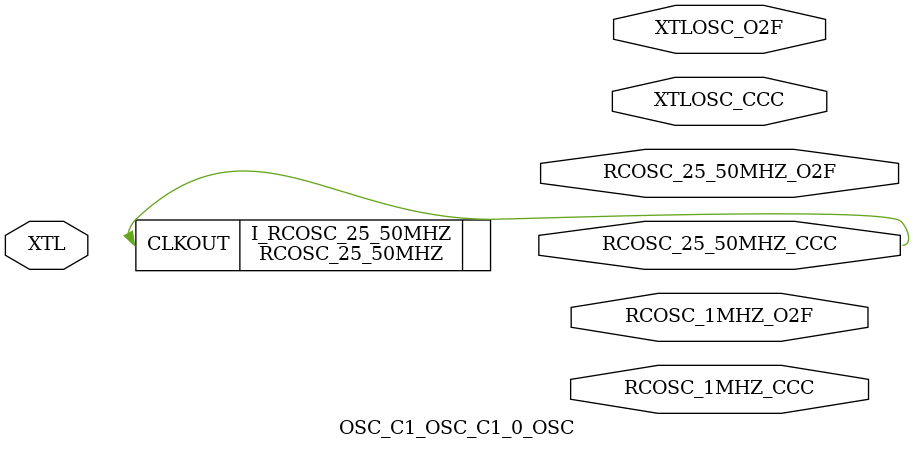
<source format=v>
`timescale 1 ns/100 ps


module OSC_C1_OSC_C1_0_OSC(
       XTL,
       RCOSC_25_50MHZ_CCC,
       RCOSC_25_50MHZ_O2F,
       RCOSC_1MHZ_CCC,
       RCOSC_1MHZ_O2F,
       XTLOSC_CCC,
       XTLOSC_O2F
    );
input  XTL;
output RCOSC_25_50MHZ_CCC;
output RCOSC_25_50MHZ_O2F;
output RCOSC_1MHZ_CCC;
output RCOSC_1MHZ_O2F;
output XTLOSC_CCC;
output XTLOSC_O2F;

    
    RCOSC_25_50MHZ #( .FREQUENCY(50.0) )  I_RCOSC_25_50MHZ (.CLKOUT(
        RCOSC_25_50MHZ_CCC));
    
endmodule

</source>
